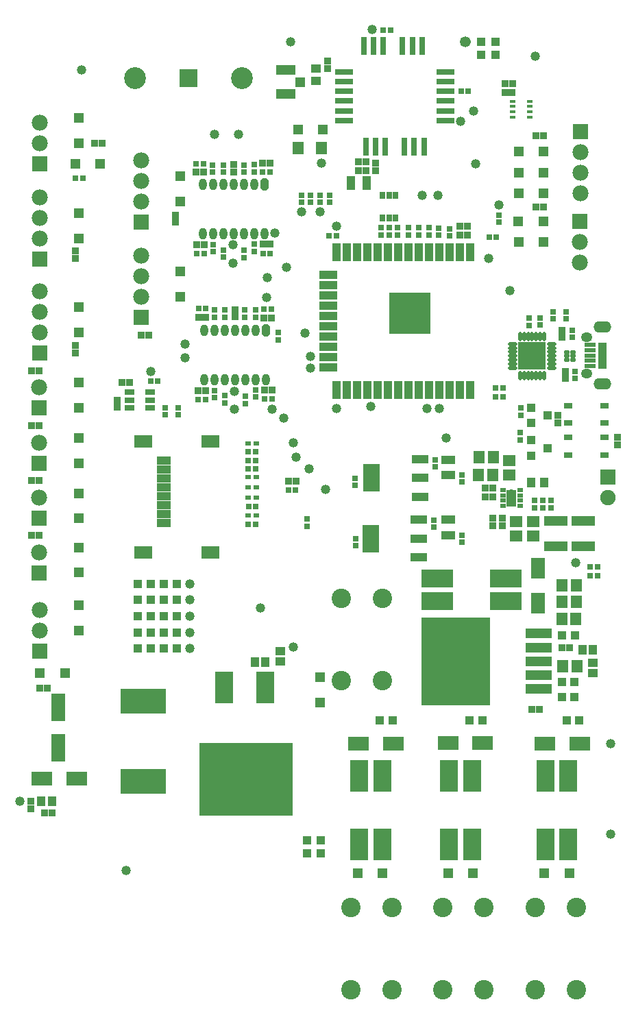
<source format=gts>
G04*
G04 #@! TF.GenerationSoftware,Altium Limited,Altium Designer,19.1.5 (86)*
G04*
G04 Layer_Color=8388736*
%FSLAX25Y25*%
%MOIN*%
G70*
G01*
G75*
%ADD82C,0.04687*%
%ADD83R,0.04331X0.08661*%
%ADD84R,0.08661X0.04331*%
%ADD85R,0.20472X0.20472*%
%ADD86R,0.02756X0.01968*%
%ADD87R,0.02953X0.02953*%
%ADD88R,0.05518X0.05912*%
%ADD89R,0.09449X0.04921*%
%ADD90R,0.04921X0.04724*%
%ADD91R,0.04331X0.12598*%
%ADD92R,0.05512X0.02362*%
%ADD93R,0.08661X0.03150*%
%ADD94R,0.03150X0.08661*%
%ADD95R,0.06693X0.03937*%
%ADD96R,0.08661X0.06496*%
%ADD97R,0.04337X0.03156*%
%ADD98R,0.33780X0.42756*%
%ADD99R,0.12795X0.04787*%
%ADD100R,0.03307X0.03307*%
%ADD101R,0.10039X0.06890*%
%ADD102R,0.08976X0.15197*%
%ADD103R,0.02953X0.02953*%
%ADD104R,0.04724X0.05118*%
%ADD105R,0.03307X0.03307*%
%ADD106R,0.08976X0.15787*%
%ADD107R,0.45787X0.35787*%
%ADD108R,0.05118X0.04724*%
%ADD109R,0.22047X0.12205*%
%ADD110R,0.03937X0.03937*%
%ADD111R,0.04528X0.04134*%
%ADD112R,0.04134X0.04528*%
%ADD113R,0.06890X0.10039*%
%ADD114R,0.05315X0.06496*%
%ADD115R,0.03937X0.03937*%
%ADD116R,0.11417X0.05118*%
%ADD117R,0.06496X0.05315*%
%ADD118R,0.15197X0.08976*%
%ADD119R,0.07087X0.13386*%
%ADD120R,0.04331X0.03937*%
%ADD121R,0.03150X0.02756*%
%ADD122R,0.13589X0.13589*%
%ADD123O,0.01968X0.04528*%
%ADD124O,0.04528X0.01968*%
%ADD125R,0.05118X0.03150*%
G04:AMPARAMS|DCode=126|XSize=19.68mil|YSize=27.17mil|CornerRadius=5.89mil|HoleSize=0mil|Usage=FLASHONLY|Rotation=90.000|XOffset=0mil|YOffset=0mil|HoleType=Round|Shape=RoundedRectangle|*
%AMROUNDEDRECTD126*
21,1,0.01968,0.01539,0,0,90.0*
21,1,0.00791,0.02717,0,0,90.0*
1,1,0.01177,0.00770,0.00396*
1,1,0.01177,0.00770,-0.00396*
1,1,0.01177,-0.00770,-0.00396*
1,1,0.01177,-0.00770,0.00396*
%
%ADD126ROUNDEDRECTD126*%
G04:AMPARAMS|DCode=127|XSize=19.68mil|YSize=28.35mil|CornerRadius=5.89mil|HoleSize=0mil|Usage=FLASHONLY|Rotation=90.000|XOffset=0mil|YOffset=0mil|HoleType=Round|Shape=RoundedRectangle|*
%AMROUNDEDRECTD127*
21,1,0.01968,0.01658,0,0,90.0*
21,1,0.00791,0.02835,0,0,90.0*
1,1,0.01177,0.00829,0.00396*
1,1,0.01177,0.00829,-0.00396*
1,1,0.01177,-0.00829,-0.00396*
1,1,0.01177,-0.00829,0.00396*
%
%ADD127ROUNDEDRECTD127*%
%ADD128R,0.02565X0.03550*%
%ADD129R,0.04331X0.06693*%
%ADD130C,0.05287*%
%ADD131R,0.04724X0.03937*%
%ADD132R,0.06693X0.04331*%
%ADD133R,0.08268X0.13386*%
%ADD134R,0.08268X0.04331*%
%ADD135R,0.02762X0.01778*%
%ADD136R,0.05118X0.08268*%
%ADD137R,0.02756X0.02362*%
G04:AMPARAMS|DCode=138|XSize=57.09mil|YSize=37.4mil|CornerRadius=0mil|HoleSize=0mil|Usage=FLASHONLY|Rotation=270.000|XOffset=0mil|YOffset=0mil|HoleType=Round|Shape=Octagon|*
%AMOCTAGOND138*
4,1,8,-0.00935,-0.02854,0.00935,-0.02854,0.01870,-0.01919,0.01870,0.01919,0.00935,0.02854,-0.00935,0.02854,-0.01870,0.01919,-0.01870,-0.01919,-0.00935,-0.02854,0.0*
%
%ADD138OCTAGOND138*%

%ADD139O,0.03740X0.05709*%
%ADD140R,0.02756X0.03150*%
%ADD141R,0.04331X0.04528*%
%ADD142R,0.08622X0.08622*%
%ADD143C,0.02362*%
%ADD144O,0.05512X0.04921*%
%ADD145O,0.08661X0.05512*%
%ADD146C,0.09449*%
%ADD147C,0.02787*%
%ADD148C,0.07756*%
%ADD149R,0.07756X0.07756*%
%ADD150C,0.07480*%
%ADD151R,0.07480X0.07480*%
%ADD152C,0.02756*%
%ADD153C,0.10630*%
D82*
X154400Y345500D02*
D03*
X223300Y294300D02*
D03*
X303235Y101800D02*
D03*
X219039Y412438D02*
D03*
X135900Y362600D02*
D03*
X211438Y412338D02*
D03*
X136200Y372500D02*
D03*
X145500Y377300D02*
D03*
X144100Y304000D02*
D03*
X266500Y479900D02*
D03*
X237500Y427700D02*
D03*
X67500Y84100D02*
D03*
X186500Y309800D02*
D03*
X286100Y233600D02*
D03*
X162017Y404300D02*
D03*
X15900Y117600D02*
D03*
X303235Y145764D02*
D03*
X148700Y192700D02*
D03*
X244000Y381700D02*
D03*
X248800Y407800D02*
D03*
X138400Y308300D02*
D03*
X139700Y394000D02*
D03*
X169900Y397400D02*
D03*
X157300Y328400D02*
D03*
Y334100D02*
D03*
X213700Y308800D02*
D03*
X219800D02*
D03*
X169800D02*
D03*
X79385Y326608D02*
D03*
X98485Y223506D02*
D03*
X132985Y211608D02*
D03*
X45700Y473400D02*
D03*
X147500Y486900D02*
D03*
X254085Y365908D02*
D03*
X150325Y285100D02*
D03*
X236385Y453483D02*
D03*
X230110Y448509D02*
D03*
X187210Y493109D02*
D03*
X98585Y199806D02*
D03*
Y207706D02*
D03*
Y191906D02*
D03*
X156400Y279300D02*
D03*
X164500Y269500D02*
D03*
X153000Y404300D02*
D03*
X162500Y428000D02*
D03*
X96200Y333200D02*
D03*
Y340100D02*
D03*
X120201Y316943D02*
D03*
X119485Y379308D02*
D03*
X122100Y441900D02*
D03*
X110600D02*
D03*
X119685Y388208D02*
D03*
X98585Y215606D02*
D03*
X120285Y308508D02*
D03*
X148900Y292000D02*
D03*
D83*
X169816Y384769D02*
D03*
X174816D02*
D03*
X179816D02*
D03*
X184816D02*
D03*
X189816D02*
D03*
X194816D02*
D03*
X199816D02*
D03*
X204816D02*
D03*
X209816D02*
D03*
X214816D02*
D03*
X219816D02*
D03*
X224816D02*
D03*
X229816D02*
D03*
X234816D02*
D03*
X169816Y317840D02*
D03*
X174816D02*
D03*
X179816D02*
D03*
X184816D02*
D03*
X189816D02*
D03*
X194816D02*
D03*
X199816D02*
D03*
X204816D02*
D03*
X209816D02*
D03*
X214816D02*
D03*
X219816D02*
D03*
X224816D02*
D03*
X229816D02*
D03*
X234816D02*
D03*
D84*
X165879Y348805D02*
D03*
Y343805D02*
D03*
Y338805D02*
D03*
Y333805D02*
D03*
Y328805D02*
D03*
Y353805D02*
D03*
Y358805D02*
D03*
Y363805D02*
D03*
Y368805D02*
D03*
Y373805D02*
D03*
D85*
X205367Y355084D02*
D03*
D86*
X130769Y270500D02*
D03*
X126831D02*
D03*
X126932Y265300D02*
D03*
X130868D02*
D03*
X130769Y256800D02*
D03*
X126831D02*
D03*
X126858Y291800D02*
D03*
X130795D02*
D03*
X130895Y275300D02*
D03*
X126958D02*
D03*
D87*
X130498Y283500D02*
D03*
X126955D02*
D03*
X296772Y231731D02*
D03*
X293228D02*
D03*
Y227400D02*
D03*
X296772D02*
D03*
X46372Y420800D02*
D03*
X42828D02*
D03*
X169872Y392800D02*
D03*
X166328D02*
D03*
X127028Y261100D02*
D03*
X130572D02*
D03*
X149960Y268983D02*
D03*
X146417D02*
D03*
X130470Y287600D02*
D03*
X126927D02*
D03*
X247328Y318600D02*
D03*
X250872D02*
D03*
X126987Y279400D02*
D03*
X130530D02*
D03*
X126928Y252500D02*
D03*
X130472D02*
D03*
X79385Y321904D02*
D03*
X82928D02*
D03*
X247328Y314500D02*
D03*
X250872D02*
D03*
X196061Y492530D02*
D03*
X192517D02*
D03*
X230439Y462909D02*
D03*
X233982D02*
D03*
X137607Y384123D02*
D03*
X134064D02*
D03*
X137372Y423717D02*
D03*
X133828D02*
D03*
X101557Y427700D02*
D03*
X105100D02*
D03*
X101853Y384115D02*
D03*
X105396D02*
D03*
X138472Y313443D02*
D03*
X134929D02*
D03*
X138137Y356919D02*
D03*
X134594D02*
D03*
X102728Y357200D02*
D03*
X106272D02*
D03*
X102642Y312850D02*
D03*
X106186D02*
D03*
D88*
X162524Y435271D02*
D03*
X151107D02*
D03*
D89*
X145350Y473279D02*
D03*
Y461665D02*
D03*
D90*
X152338Y467472D02*
D03*
D91*
X299185Y334508D02*
D03*
D92*
X293083Y329390D02*
D03*
Y331949D02*
D03*
Y334508D02*
D03*
Y337067D02*
D03*
Y339626D02*
D03*
D93*
X173620Y472355D02*
D03*
Y467631D02*
D03*
Y462906D02*
D03*
Y458182D02*
D03*
Y453457D02*
D03*
Y448733D02*
D03*
X222832D02*
D03*
Y453457D02*
D03*
Y458182D02*
D03*
Y462906D02*
D03*
Y467631D02*
D03*
Y472355D02*
D03*
D94*
X212399Y435938D02*
D03*
X207675D02*
D03*
X202950D02*
D03*
X193502D02*
D03*
X188777D02*
D03*
X184053D02*
D03*
X183069Y485150D02*
D03*
X187793D02*
D03*
X192517D02*
D03*
X201966D02*
D03*
X206691D02*
D03*
X211415D02*
D03*
D95*
X85928Y266073D02*
D03*
Y261742D02*
D03*
Y270404D02*
D03*
Y274734D02*
D03*
Y257411D02*
D03*
Y253081D02*
D03*
Y279065D02*
D03*
Y283396D02*
D03*
D96*
X108369Y238632D02*
D03*
Y292766D02*
D03*
X75692Y238632D02*
D03*
Y292766D02*
D03*
D97*
X300343Y301576D02*
D03*
X282627D02*
D03*
X300343Y310040D02*
D03*
X282627D02*
D03*
Y294640D02*
D03*
X300343D02*
D03*
X282627Y286176D02*
D03*
X300343D02*
D03*
D98*
X227948Y185805D02*
D03*
D99*
X268354Y199206D02*
D03*
Y172403D02*
D03*
Y179104D02*
D03*
Y185805D02*
D03*
Y192506D02*
D03*
D100*
X25111Y327100D02*
D03*
X21489D02*
D03*
X25111Y300400D02*
D03*
X21489D02*
D03*
X25111Y247000D02*
D03*
X21489D02*
D03*
X25111Y273600D02*
D03*
X21489D02*
D03*
X266900Y406600D02*
D03*
X270522D02*
D03*
X78511Y344300D02*
D03*
X74889D02*
D03*
X29211Y172800D02*
D03*
X25589D02*
D03*
X264948Y162183D02*
D03*
X268570D02*
D03*
X283236Y192498D02*
D03*
X279613D02*
D03*
X27978Y112170D02*
D03*
X31600D02*
D03*
X69085Y321408D02*
D03*
X65463D02*
D03*
X229817Y397239D02*
D03*
X233439D02*
D03*
X180499Y424309D02*
D03*
X184121D02*
D03*
X267021Y441300D02*
D03*
X270642D02*
D03*
X251696Y462363D02*
D03*
X255318D02*
D03*
X180499Y428609D02*
D03*
X184121D02*
D03*
X245923Y265524D02*
D03*
X242301D02*
D03*
X245896Y269886D02*
D03*
X242274D02*
D03*
X134554Y352819D02*
D03*
X138176D02*
D03*
X106339Y353106D02*
D03*
X102717D02*
D03*
X106225Y317225D02*
D03*
X102603D02*
D03*
X134024Y388515D02*
D03*
X137646D02*
D03*
X133789Y428117D02*
D03*
X137411D02*
D03*
X105139Y423647D02*
D03*
X101517D02*
D03*
X105401Y388232D02*
D03*
X101779D02*
D03*
X229789Y392900D02*
D03*
X233411D02*
D03*
X146477Y273383D02*
D03*
X150099D02*
D03*
X134818Y317768D02*
D03*
X138440D02*
D03*
X251787Y466689D02*
D03*
X255410D02*
D03*
X52089Y437800D02*
D03*
X55711D02*
D03*
D101*
X271287Y145647D02*
D03*
X288216D02*
D03*
X224043Y146041D02*
D03*
X240972D02*
D03*
X180539Y145647D02*
D03*
X197468D02*
D03*
X43565Y128800D02*
D03*
X26635D02*
D03*
D102*
X224554Y96789D02*
D03*
X235736D02*
D03*
X224554Y129939D02*
D03*
X235736D02*
D03*
X271405Y96789D02*
D03*
X282586D02*
D03*
X271405Y129939D02*
D03*
X282586D02*
D03*
X180854Y96789D02*
D03*
X192035D02*
D03*
X180854Y129939D02*
D03*
X192035D02*
D03*
D103*
X141385Y345580D02*
D03*
Y342036D02*
D03*
X199600Y396672D02*
D03*
Y393128D02*
D03*
X195500Y396672D02*
D03*
Y393128D02*
D03*
X191500Y396672D02*
D03*
Y393128D02*
D03*
X214700Y396572D02*
D03*
Y393028D02*
D03*
X115501Y311300D02*
D03*
Y314843D02*
D03*
X219400Y392928D02*
D03*
Y396472D02*
D03*
X204800Y393000D02*
D03*
Y396543D02*
D03*
X224828Y396110D02*
D03*
Y392567D02*
D03*
X209800Y393028D02*
D03*
Y396572D02*
D03*
X263685Y352579D02*
D03*
Y349036D02*
D03*
X157152Y412439D02*
D03*
Y408895D02*
D03*
X152977Y412494D02*
D03*
Y408950D02*
D03*
X161917Y412472D02*
D03*
Y408928D02*
D03*
X270185Y260314D02*
D03*
Y263858D02*
D03*
X274285Y263886D02*
D03*
Y260343D02*
D03*
X155414Y251476D02*
D03*
Y255019D02*
D03*
X259485Y305436D02*
D03*
Y308980D02*
D03*
X259285Y296851D02*
D03*
Y293308D02*
D03*
X166417Y412472D02*
D03*
Y408928D02*
D03*
X114724Y385787D02*
D03*
Y382244D02*
D03*
X266085Y260314D02*
D03*
Y263858D02*
D03*
X125286Y353080D02*
D03*
Y356623D02*
D03*
X110384Y352993D02*
D03*
Y356536D02*
D03*
X115400Y353028D02*
D03*
Y356572D02*
D03*
X110448Y317442D02*
D03*
Y313898D02*
D03*
X129724Y388687D02*
D03*
Y385144D02*
D03*
X124724Y385587D02*
D03*
Y382044D02*
D03*
X129700Y423646D02*
D03*
Y427189D02*
D03*
X124717Y423628D02*
D03*
Y427172D02*
D03*
X109600Y423628D02*
D03*
Y427172D02*
D03*
X114800Y423628D02*
D03*
Y427172D02*
D03*
X109724Y388387D02*
D03*
Y384844D02*
D03*
X130501Y317815D02*
D03*
Y314272D02*
D03*
X125501Y314543D02*
D03*
Y311000D02*
D03*
X130365Y353047D02*
D03*
Y356591D02*
D03*
D104*
X270502Y399700D02*
D03*
X258298D02*
D03*
X270602Y389700D02*
D03*
X258398D02*
D03*
X25598Y179900D02*
D03*
X37802D02*
D03*
X283114Y82826D02*
D03*
X270910D02*
D03*
X180110D02*
D03*
X192314D02*
D03*
X224110D02*
D03*
X236314D02*
D03*
X42798Y427800D02*
D03*
X55002D02*
D03*
X270602Y413400D02*
D03*
X258398D02*
D03*
X270602Y423500D02*
D03*
X258398D02*
D03*
X270634Y433700D02*
D03*
X258429D02*
D03*
X151113Y444471D02*
D03*
X163318D02*
D03*
D105*
X42900Y385222D02*
D03*
Y381600D02*
D03*
X91400Y402822D02*
D03*
Y399200D02*
D03*
X42700Y339222D02*
D03*
Y335600D02*
D03*
X21200Y113948D02*
D03*
Y117570D02*
D03*
X119700Y423789D02*
D03*
Y427411D02*
D03*
X120400Y353200D02*
D03*
Y356822D02*
D03*
X63200Y309189D02*
D03*
Y312811D02*
D03*
X306485Y290997D02*
D03*
Y294619D02*
D03*
X277485Y301686D02*
D03*
Y305308D02*
D03*
X279585Y346826D02*
D03*
Y343204D02*
D03*
X281085Y323197D02*
D03*
Y326819D02*
D03*
X165625Y473928D02*
D03*
Y477550D02*
D03*
X188854Y424479D02*
D03*
Y428102D02*
D03*
X245885Y255419D02*
D03*
Y251797D02*
D03*
X250547Y255419D02*
D03*
Y251797D02*
D03*
D106*
X135329Y173165D02*
D03*
X115329D02*
D03*
D107*
X125821Y128333D02*
D03*
D108*
X44500Y200698D02*
D03*
Y212902D02*
D03*
Y255298D02*
D03*
Y267502D02*
D03*
X93900Y362998D02*
D03*
Y375202D02*
D03*
X44500Y228898D02*
D03*
Y241102D02*
D03*
X161800Y177902D02*
D03*
Y165698D02*
D03*
X44400Y437698D02*
D03*
Y449902D02*
D03*
X44500Y391498D02*
D03*
Y403702D02*
D03*
Y282098D02*
D03*
Y294302D02*
D03*
X93800Y409398D02*
D03*
Y421602D02*
D03*
X44500Y309098D02*
D03*
Y321302D02*
D03*
Y345698D02*
D03*
Y357902D02*
D03*
D109*
X75829Y127376D02*
D03*
Y166353D02*
D03*
D110*
X162200Y98750D02*
D03*
Y92450D02*
D03*
X155400Y92426D02*
D03*
Y98725D02*
D03*
X240300Y480576D02*
D03*
Y486875D02*
D03*
X247300Y486924D02*
D03*
Y480625D02*
D03*
D111*
X294600Y185059D02*
D03*
Y179941D02*
D03*
X142429Y185705D02*
D03*
Y190824D02*
D03*
D112*
X289541Y191300D02*
D03*
X294659D02*
D03*
X135329Y185465D02*
D03*
X130211D02*
D03*
X26341Y117570D02*
D03*
X31459D02*
D03*
D113*
X267940Y214151D02*
D03*
Y231080D02*
D03*
D114*
X279948Y183443D02*
D03*
X286838D02*
D03*
X279456Y206277D02*
D03*
X286346D02*
D03*
X279554Y214545D02*
D03*
X286444D02*
D03*
X279554Y222813D02*
D03*
X286444D02*
D03*
X245861Y276450D02*
D03*
X238971D02*
D03*
X246103Y284870D02*
D03*
X239213D02*
D03*
D115*
X279358Y168482D02*
D03*
X285657D02*
D03*
X279358Y175568D02*
D03*
X285657D02*
D03*
X281720Y157065D02*
D03*
X288019D02*
D03*
X190775D02*
D03*
X197074D02*
D03*
X234476D02*
D03*
X240775D02*
D03*
X285755Y198403D02*
D03*
X279456D02*
D03*
X79385Y223481D02*
D03*
X73086D02*
D03*
X92185D02*
D03*
X85886D02*
D03*
X73086Y207694D02*
D03*
X79385D02*
D03*
X73086Y215587D02*
D03*
X79385D02*
D03*
X73086Y199800D02*
D03*
X79385D02*
D03*
X73086Y191906D02*
D03*
X79385D02*
D03*
X92185Y215606D02*
D03*
X85886D02*
D03*
X85835Y199806D02*
D03*
X92135D02*
D03*
X85886Y191906D02*
D03*
X92185D02*
D03*
Y207706D02*
D03*
X85886D02*
D03*
D116*
X290001Y253965D02*
D03*
Y241760D02*
D03*
X276615D02*
D03*
Y253965D02*
D03*
D117*
X265591Y253669D02*
D03*
Y246780D02*
D03*
X257120Y253669D02*
D03*
Y246780D02*
D03*
X253780Y276307D02*
D03*
Y283197D02*
D03*
D118*
X252075Y214910D02*
D03*
Y226091D02*
D03*
X218925Y214910D02*
D03*
Y226091D02*
D03*
D119*
X34600Y143658D02*
D03*
Y163342D02*
D03*
D120*
X272422Y289476D02*
D03*
X264548Y285736D02*
D03*
Y293216D02*
D03*
Y309048D02*
D03*
Y301568D02*
D03*
X272422Y305308D02*
D03*
D121*
X92985Y305715D02*
D03*
Y309101D02*
D03*
X281585Y355701D02*
D03*
Y352315D02*
D03*
X275268Y355701D02*
D03*
Y352315D02*
D03*
X268968Y352801D02*
D03*
Y349415D02*
D03*
X284485Y346701D02*
D03*
Y343315D02*
D03*
X86685Y305722D02*
D03*
Y309108D02*
D03*
X285885Y323415D02*
D03*
Y326801D02*
D03*
X178898Y271425D02*
D03*
Y274811D02*
D03*
X217913Y280450D02*
D03*
Y283835D02*
D03*
X230898Y272932D02*
D03*
Y276318D02*
D03*
X179069Y241996D02*
D03*
Y245382D02*
D03*
X217300Y251114D02*
D03*
Y254500D02*
D03*
X230853Y243572D02*
D03*
Y246957D02*
D03*
X248700Y402700D02*
D03*
Y399314D02*
D03*
D122*
X265014Y334229D02*
D03*
D123*
X270920Y324781D02*
D03*
X268951D02*
D03*
X266983D02*
D03*
X265014D02*
D03*
X263046D02*
D03*
X261077D02*
D03*
X259109D02*
D03*
Y343679D02*
D03*
X261077D02*
D03*
X263046D02*
D03*
X265014D02*
D03*
X266983D02*
D03*
X268951D02*
D03*
X270920D02*
D03*
D124*
X255564Y328324D02*
D03*
Y330292D02*
D03*
Y332261D02*
D03*
Y334229D02*
D03*
Y336198D02*
D03*
Y338166D02*
D03*
Y340135D02*
D03*
X274461D02*
D03*
Y338166D02*
D03*
Y336198D02*
D03*
Y334229D02*
D03*
Y332261D02*
D03*
Y330292D02*
D03*
Y328324D02*
D03*
D125*
X69067Y309068D02*
D03*
Y312808D02*
D03*
Y316548D02*
D03*
X79303D02*
D03*
Y312808D02*
D03*
Y309068D02*
D03*
D126*
X281869Y336176D02*
D03*
Y332239D02*
D03*
Y334208D02*
D03*
X284901D02*
D03*
Y336176D02*
D03*
D127*
X284842Y332239D02*
D03*
D128*
X192350Y401388D02*
D03*
X195500D02*
D03*
X192350Y412412D02*
D03*
X195500D02*
D03*
X198650D02*
D03*
Y401388D02*
D03*
D129*
X176970Y418409D02*
D03*
X184450D02*
D03*
D130*
X232380Y486969D02*
D03*
D131*
X159720Y467865D02*
D03*
Y474165D02*
D03*
D132*
X224153Y254605D02*
D03*
Y247124D02*
D03*
X224213Y283794D02*
D03*
Y276313D02*
D03*
D133*
X186556Y245500D02*
D03*
X187001Y274853D02*
D03*
D134*
X209981Y254555D02*
D03*
Y245500D02*
D03*
Y236445D02*
D03*
X210426Y265798D02*
D03*
Y274853D02*
D03*
Y283909D02*
D03*
D135*
X263925Y450481D02*
D03*
Y453040D02*
D03*
Y455599D02*
D03*
Y458158D02*
D03*
X255461Y450481D02*
D03*
Y453040D02*
D03*
Y455599D02*
D03*
Y458158D02*
D03*
D136*
X255019Y265147D02*
D03*
D137*
X250885Y268986D02*
D03*
Y266427D02*
D03*
Y263868D02*
D03*
Y261309D02*
D03*
X259153Y268986D02*
D03*
Y266427D02*
D03*
Y263868D02*
D03*
Y261309D02*
D03*
D138*
X135401Y346840D02*
D03*
X134724Y417815D02*
D03*
D139*
X120401Y322840D02*
D03*
X125401D02*
D03*
X130401D02*
D03*
X135401D02*
D03*
X120401Y346840D02*
D03*
X125401D02*
D03*
X130401D02*
D03*
X105401D02*
D03*
X110401D02*
D03*
X115401D02*
D03*
X105401Y322840D02*
D03*
X110401D02*
D03*
X115401D02*
D03*
X119724Y393815D02*
D03*
X124724D02*
D03*
X129724D02*
D03*
X134724D02*
D03*
X119724Y417815D02*
D03*
X124724D02*
D03*
X129724D02*
D03*
X104724D02*
D03*
X109724D02*
D03*
X114724D02*
D03*
X104724Y393815D02*
D03*
X109724D02*
D03*
X114724D02*
D03*
D140*
X244107Y392000D02*
D03*
X247493D02*
D03*
D141*
X270835Y272786D02*
D03*
X264535D02*
D03*
D142*
X97835Y469183D02*
D03*
D143*
X205347Y355242D02*
D03*
Y359179D02*
D03*
X209284D02*
D03*
Y355242D02*
D03*
Y351305D02*
D03*
X205347D02*
D03*
X201410D02*
D03*
Y355242D02*
D03*
Y359179D02*
D03*
X207316Y357210D02*
D03*
Y353273D02*
D03*
X203379D02*
D03*
Y357210D02*
D03*
X199442D02*
D03*
Y353273D02*
D03*
X211253Y357210D02*
D03*
Y353273D02*
D03*
X207316Y361147D02*
D03*
X203379D02*
D03*
X211253D02*
D03*
Y349336D02*
D03*
X207316D02*
D03*
X203379D02*
D03*
X199442D02*
D03*
Y361147D02*
D03*
D144*
X291508Y343268D02*
D03*
Y325748D02*
D03*
D145*
X299185Y320728D02*
D03*
Y348287D02*
D03*
D146*
X172193Y176356D02*
D03*
X192193D02*
D03*
Y216356D02*
D03*
X172193D02*
D03*
X176812Y65926D02*
D03*
X196812D02*
D03*
Y25926D02*
D03*
X176812D02*
D03*
X221662D02*
D03*
X241662D02*
D03*
Y65926D02*
D03*
X221662D02*
D03*
X266512D02*
D03*
X286512D02*
D03*
Y25926D02*
D03*
X266512D02*
D03*
D147*
X240854Y175805D02*
D03*
Y180805D02*
D03*
Y185805D02*
D03*
Y190805D02*
D03*
Y195805D02*
D03*
X215854D02*
D03*
Y190805D02*
D03*
Y185805D02*
D03*
Y180805D02*
D03*
Y175805D02*
D03*
X235854D02*
D03*
X230854D02*
D03*
X225854D02*
D03*
X220854D02*
D03*
Y180805D02*
D03*
X225854D02*
D03*
X230854D02*
D03*
X235854D02*
D03*
Y190805D02*
D03*
Y195805D02*
D03*
X230854D02*
D03*
Y190805D02*
D03*
X225854D02*
D03*
Y195805D02*
D03*
X220854D02*
D03*
Y190805D02*
D03*
Y185805D02*
D03*
X225854D02*
D03*
X230854D02*
D03*
X235854D02*
D03*
D148*
X25500Y210600D02*
D03*
Y200600D02*
D03*
X288400Y433500D02*
D03*
Y423500D02*
D03*
Y413500D02*
D03*
X288300Y379800D02*
D03*
Y389800D02*
D03*
X74900Y429300D02*
D03*
Y419300D02*
D03*
Y409300D02*
D03*
X25500Y411500D02*
D03*
Y401500D02*
D03*
Y391500D02*
D03*
Y365600D02*
D03*
Y355600D02*
D03*
Y345600D02*
D03*
X74800Y382900D02*
D03*
Y372900D02*
D03*
Y362900D02*
D03*
X25106Y292098D02*
D03*
Y319145D02*
D03*
Y265292D02*
D03*
X25500Y447757D02*
D03*
Y437757D02*
D03*
X25106Y238800D02*
D03*
D149*
X25500Y190600D02*
D03*
X288400Y443500D02*
D03*
X288300Y399800D02*
D03*
X74900Y399300D02*
D03*
X25500Y381500D02*
D03*
Y335600D02*
D03*
X74800Y352900D02*
D03*
X25106Y282098D02*
D03*
Y309145D02*
D03*
Y255292D02*
D03*
X25500Y427757D02*
D03*
X25106Y228800D02*
D03*
D150*
X302000Y265300D02*
D03*
D151*
Y275300D02*
D03*
D152*
X255019Y265147D02*
D03*
Y268100D02*
D03*
Y262194D02*
D03*
D153*
X71831Y469183D02*
D03*
X123839D02*
D03*
M02*

</source>
